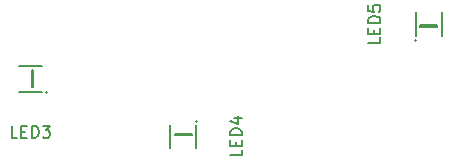
<source format=gto>
G04 #@! TF.GenerationSoftware,KiCad,Pcbnew,8.0.8-8.0.8-0~ubuntu22.04.1*
G04 #@! TF.CreationDate,2025-01-23T17:55:28+01:00*
G04 #@! TF.ProjectId,kicad_makespace_tutorial,6b696361-645f-46d6-916b-657370616365,v1*
G04 #@! TF.SameCoordinates,Original*
G04 #@! TF.FileFunction,Legend,Top*
G04 #@! TF.FilePolarity,Positive*
%FSLAX46Y46*%
G04 Gerber Fmt 4.6, Leading zero omitted, Abs format (unit mm)*
G04 Created by KiCad (PCBNEW 8.0.8-8.0.8-0~ubuntu22.04.1) date 2025-01-23 17:55:28*
%MOMM*%
%LPD*%
G01*
G04 APERTURE LIST*
%ADD10C,0.150000*%
%ADD11C,0.250000*%
G04 APERTURE END LIST*
D10*
X58104819Y-11419047D02*
X58104819Y-11895237D01*
X58104819Y-11895237D02*
X57104819Y-11895237D01*
X57581009Y-11085713D02*
X57581009Y-10752380D01*
X58104819Y-10609523D02*
X58104819Y-11085713D01*
X58104819Y-11085713D02*
X57104819Y-11085713D01*
X57104819Y-11085713D02*
X57104819Y-10609523D01*
X58104819Y-10180951D02*
X57104819Y-10180951D01*
X57104819Y-10180951D02*
X57104819Y-9942856D01*
X57104819Y-9942856D02*
X57152438Y-9799999D01*
X57152438Y-9799999D02*
X57247676Y-9704761D01*
X57247676Y-9704761D02*
X57342914Y-9657142D01*
X57342914Y-9657142D02*
X57533390Y-9609523D01*
X57533390Y-9609523D02*
X57676247Y-9609523D01*
X57676247Y-9609523D02*
X57866723Y-9657142D01*
X57866723Y-9657142D02*
X57961961Y-9704761D01*
X57961961Y-9704761D02*
X58057200Y-9799999D01*
X58057200Y-9799999D02*
X58104819Y-9942856D01*
X58104819Y-9942856D02*
X58104819Y-10180951D01*
X57104819Y-8704761D02*
X57104819Y-9180951D01*
X57104819Y-9180951D02*
X57581009Y-9228570D01*
X57581009Y-9228570D02*
X57533390Y-9180951D01*
X57533390Y-9180951D02*
X57485771Y-9085713D01*
X57485771Y-9085713D02*
X57485771Y-8847618D01*
X57485771Y-8847618D02*
X57533390Y-8752380D01*
X57533390Y-8752380D02*
X57581009Y-8704761D01*
X57581009Y-8704761D02*
X57676247Y-8657142D01*
X57676247Y-8657142D02*
X57914342Y-8657142D01*
X57914342Y-8657142D02*
X58009580Y-8704761D01*
X58009580Y-8704761D02*
X58057200Y-8752380D01*
X58057200Y-8752380D02*
X58104819Y-8847618D01*
X58104819Y-8847618D02*
X58104819Y-9085713D01*
X58104819Y-9085713D02*
X58057200Y-9180951D01*
X58057200Y-9180951D02*
X58009580Y-9228570D01*
X27380952Y-19904819D02*
X26904762Y-19904819D01*
X26904762Y-19904819D02*
X26904762Y-18904819D01*
X27714286Y-19381009D02*
X28047619Y-19381009D01*
X28190476Y-19904819D02*
X27714286Y-19904819D01*
X27714286Y-19904819D02*
X27714286Y-18904819D01*
X27714286Y-18904819D02*
X28190476Y-18904819D01*
X28619048Y-19904819D02*
X28619048Y-18904819D01*
X28619048Y-18904819D02*
X28857143Y-18904819D01*
X28857143Y-18904819D02*
X29000000Y-18952438D01*
X29000000Y-18952438D02*
X29095238Y-19047676D01*
X29095238Y-19047676D02*
X29142857Y-19142914D01*
X29142857Y-19142914D02*
X29190476Y-19333390D01*
X29190476Y-19333390D02*
X29190476Y-19476247D01*
X29190476Y-19476247D02*
X29142857Y-19666723D01*
X29142857Y-19666723D02*
X29095238Y-19761961D01*
X29095238Y-19761961D02*
X29000000Y-19857200D01*
X29000000Y-19857200D02*
X28857143Y-19904819D01*
X28857143Y-19904819D02*
X28619048Y-19904819D01*
X29523810Y-18904819D02*
X30142857Y-18904819D01*
X30142857Y-18904819D02*
X29809524Y-19285771D01*
X29809524Y-19285771D02*
X29952381Y-19285771D01*
X29952381Y-19285771D02*
X30047619Y-19333390D01*
X30047619Y-19333390D02*
X30095238Y-19381009D01*
X30095238Y-19381009D02*
X30142857Y-19476247D01*
X30142857Y-19476247D02*
X30142857Y-19714342D01*
X30142857Y-19714342D02*
X30095238Y-19809580D01*
X30095238Y-19809580D02*
X30047619Y-19857200D01*
X30047619Y-19857200D02*
X29952381Y-19904819D01*
X29952381Y-19904819D02*
X29666667Y-19904819D01*
X29666667Y-19904819D02*
X29571429Y-19857200D01*
X29571429Y-19857200D02*
X29523810Y-19809580D01*
X46404819Y-20919047D02*
X46404819Y-21395237D01*
X46404819Y-21395237D02*
X45404819Y-21395237D01*
X45881009Y-20585713D02*
X45881009Y-20252380D01*
X46404819Y-20109523D02*
X46404819Y-20585713D01*
X46404819Y-20585713D02*
X45404819Y-20585713D01*
X45404819Y-20585713D02*
X45404819Y-20109523D01*
X46404819Y-19680951D02*
X45404819Y-19680951D01*
X45404819Y-19680951D02*
X45404819Y-19442856D01*
X45404819Y-19442856D02*
X45452438Y-19299999D01*
X45452438Y-19299999D02*
X45547676Y-19204761D01*
X45547676Y-19204761D02*
X45642914Y-19157142D01*
X45642914Y-19157142D02*
X45833390Y-19109523D01*
X45833390Y-19109523D02*
X45976247Y-19109523D01*
X45976247Y-19109523D02*
X46166723Y-19157142D01*
X46166723Y-19157142D02*
X46261961Y-19204761D01*
X46261961Y-19204761D02*
X46357200Y-19299999D01*
X46357200Y-19299999D02*
X46404819Y-19442856D01*
X46404819Y-19442856D02*
X46404819Y-19680951D01*
X45738152Y-18252380D02*
X46404819Y-18252380D01*
X45357200Y-18490475D02*
X46071485Y-18728570D01*
X46071485Y-18728570D02*
X46071485Y-18109523D01*
D11*
G04 #@! TO.C,LED5*
X61050000Y-11600000D02*
X61060000Y-11600000D01*
D10*
X61100000Y-9300000D02*
X61100000Y-11300000D01*
X61450000Y-10400000D02*
X62850000Y-10400000D01*
X61450000Y-10550000D02*
X61450000Y-10400000D01*
X61450000Y-10550000D02*
X62900000Y-10550000D01*
X62850000Y-10400000D02*
X62900000Y-10400000D01*
X62900000Y-10400000D02*
X62900000Y-10550000D01*
X63300000Y-11300000D02*
X63300000Y-9300000D01*
G04 #@! TO.C,LED3*
X27500000Y-16000000D02*
X29500000Y-16000000D01*
X28600000Y-14200000D02*
X28750000Y-14200000D01*
X28600000Y-14250000D02*
X28600000Y-14200000D01*
X28600000Y-15650000D02*
X28600000Y-14250000D01*
X28750000Y-15650000D02*
X28600000Y-15650000D01*
X28750000Y-15650000D02*
X28750000Y-14200000D01*
X29500000Y-13800000D02*
X27500000Y-13800000D01*
D11*
X29800000Y-16050000D02*
X29800000Y-16040000D01*
D10*
G04 #@! TO.C,LED4*
X40300000Y-18800000D02*
X40300000Y-20800000D01*
X40700000Y-19700000D02*
X40700000Y-19550000D01*
X40750000Y-19700000D02*
X40700000Y-19700000D01*
X42150000Y-19550000D02*
X40700000Y-19550000D01*
X42150000Y-19550000D02*
X42150000Y-19700000D01*
X42150000Y-19700000D02*
X40750000Y-19700000D01*
X42500000Y-20800000D02*
X42500000Y-18800000D01*
D11*
X42550000Y-18500000D02*
X42540000Y-18500000D01*
G04 #@! TD*
M02*

</source>
